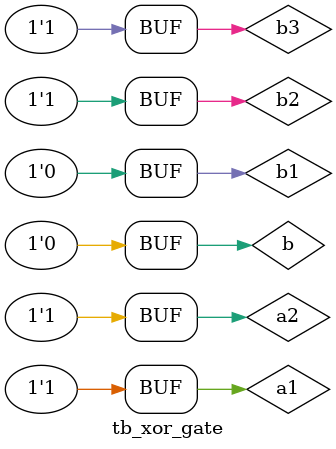
<source format=v>
module tb_xor_gate;
	reg a1, a2;
	wire b, b1, b2, b3;
	nand g(b1, a1, a2);
	nand g(b2, b1, a1);
	nand g(b3, b1, a2);
	nand g(b, b2, b3);
	initial begin
		$monitor("%b %b = %b", a1, a2, b);
		a1 = 0; a2 = 0;
		#5 a1 = 0; a2 = 1;
		#5 a1 = 1; a2 = 0;
		#5 a1 = 1; a2 = 1;
	end
endmodule
		
		
</source>
